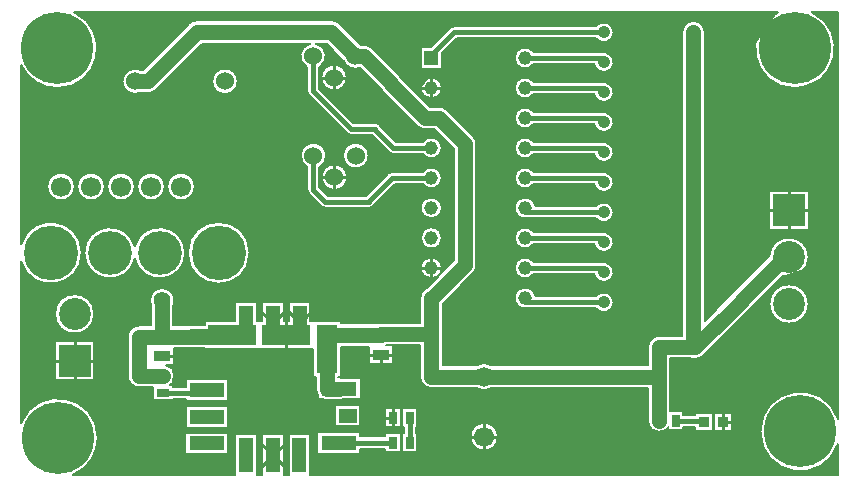
<source format=gtl>
G04 EasyPC Gerber Version 21.0.3 Build 4286 *
G04 #@! TF.Part,Single*
G04 #@! TF.FileFunction,Copper,L1,Top *
G04 #@! TF.FilePolarity,Positive *
%FSLAX45Y45*%
%MOIN*%
G04 #@! TA.AperFunction,SMDPad*
%ADD92R,0.02559X0.03937*%
%ADD14R,0.03937X0.02559*%
%ADD93R,0.03346X0.03740*%
%ADD91R,0.05472X0.03583*%
%ADD87R,0.05906X0.04724*%
%ADD88R,0.04724X0.11811*%
%ADD86R,0.11811X0.04724*%
%ADD90R,0.06969X0.16024*%
%ADD89R,0.16024X0.06969*%
G04 #@! TA.AperFunction,ComponentPad*
%ADD71R,0.04134X0.04134*%
%ADD19R,0.04563X0.04563*%
%ADD15R,0.10630X0.10630*%
G04 #@! TD.AperFunction*
%ADD10C,0.00500*%
%ADD11C,0.01000*%
%ADD25C,0.01500*%
G04 #@! TA.AperFunction,ComponentPad*
%ADD20C,0.04134*%
%ADD70C,0.04563*%
G04 #@! TD.AperFunction*
%ADD24C,0.05000*%
G04 #@! TA.AperFunction,ViaPad*
%ADD23C,0.05600*%
G04 #@! TA.AperFunction,ComponentPad*
%ADD18C,0.06000*%
%ADD13C,0.06693*%
%ADD16C,0.10630*%
%ADD22C,0.14567*%
%ADD21C,0.18110*%
G04 #@! TA.AperFunction,WasherPad*
%ADD12C,0.24016*%
X0Y0D02*
D02*
D10*
X286889Y171525D02*
X278152D01*
G75*
G02X272570Y146241I-5581J-12026*
G01*
G75*
G02X266989Y171525J13258*
G01*
X32289*
G75*
G02X26708Y146241I-5581J-12026*
G01*
G75*
G02X14661Y153964J13258*
G01*
Y94278*
G75*
G02X34848Y91356I9882J-2922*
G01*
G75*
G02X14661Y88435I-10305*
G01*
Y34719*
G75*
G02X40175Y29663I12256J-5056*
G01*
G75*
G02X31973Y17407I-13258J0*
G01*
X85976*
Y31005*
X93200*
Y17407*
X94992*
Y31005*
X102216*
Y17407*
X103811*
Y30966*
X111035*
Y17407*
X286889*
Y27615*
G75*
G02X261060Y31825I-12572J4210*
G01*
G75*
G02X286889Y36035I13258*
G01*
Y171525*
X264011Y112025D02*
X277141D01*
Y98895*
X264011*
Y112025*
X43328Y113446D02*
G75*
G02X52521I4596D01*
G01*
G75*
G02X43328I-4596*
G01*
X264020Y90182D02*
G75*
G02X277143Y89869I6557J-313D01*
G01*
G75*
G02X268530Y83631I-6565*
G01*
X257624Y72631*
G75*
G02X257611Y72619I-3083J3070*
G01*
X242136Y57144*
G75*
G02X239372Y55999I-2763J2763*
G01*
X238749*
G75*
G02X237654Y56156J3907*
G01*
X231086*
Y38663*
X235417*
Y37444*
X239291*
Y38064*
X245137*
Y31824*
X239291*
Y33444*
X235417*
Y32226*
X230358*
Y33224*
G75*
G02X229866Y32676I-3022J2220*
G01*
Y32226*
X229260*
G75*
G02X225412I-1924J3219*
G01*
X224807*
Y32676*
G75*
G02X223586Y35444I2530J2769*
G01*
Y46312*
X171642*
G75*
G02X166326I-2658J3750*
G01*
X151361*
G75*
G02X147611Y50062J3750*
G01*
Y60524*
X136444*
G75*
G02X136346Y60468I-1997J3363*
G01*
X138433*
Y54385*
X130460*
Y59976*
X121279*
Y50107*
X120296*
Y49842*
X120650*
G75*
G02X121652Y49706J-3750*
G01*
X127807*
Y42481*
X121663*
G75*
G02X120650Y42342I-1013J3611*
G01*
X116546*
G75*
G02X115533Y42481J3751*
G01*
X113496*
Y43911*
G75*
G02X112796Y46092I3050J2181*
G01*
Y50107*
X111811*
Y59163*
X94322*
Y59155*
X75799*
Y59634*
X65639*
Y53887*
X62996*
G75*
G02X64672Y52828I-1094J-3587*
G01*
X65122*
Y52224*
G75*
G02Y48376I-3219J-1924*
G01*
Y47769*
X64670*
G75*
G02X64121Y47277I-2767J2532*
G01*
X65122*
Y46749*
X69441*
Y49312*
X83752*
Y42088*
X69441*
Y42749*
X65122*
Y42218*
X58685*
Y46550*
X53915*
G75*
G02X50165Y50300J3750*
G01*
Y63384*
G75*
G02X53915Y67134I3750*
G01*
X57903*
Y73977*
G75*
G02X57603Y75506I3750J1530*
G01*
G75*
G02X65703I4050*
G01*
G75*
G02X65403Y73977I-4050*
G01*
Y67134*
X69401*
Y67265*
X75554*
G75*
G02X75799Y67324I1003J-3615*
G01*
Y68623*
X85937*
Y75060*
X93161*
Y68623*
X93791*
Y68631*
X94874*
Y75021*
X102098*
Y68631*
X103850*
Y75100*
X111074*
Y68631*
X121279*
Y67791*
X133146*
G75*
G02X134448Y68024I1302J-3516*
G01*
X147611*
Y76240*
G75*
G02X149809Y79732I3750J77*
G01*
X158869Y88791*
Y125996*
X152298Y132567*
X151438*
G75*
G02X151284I-77J3751*
G01*
X149233*
G75*
G02X146580Y133667J3750*
G01*
X135258Y144989*
G75*
G02X134522Y146030I2649J2653*
G01*
X127585Y152967*
G75*
G02X122076Y155452I-1526J3967*
G01*
X116446Y161082*
X112881*
G75*
G02X113957Y153183I-924J-4148*
G01*
Y146100*
X125391Y134666*
X132666*
G75*
G02X134590Y133212J-2000*
G01*
X139485Y128317*
X148450*
G75*
G02X154893Y126317I2911J-2000*
G01*
G75*
G02X148450Y124317I-3531*
G01*
X138657*
G75*
G02X137241Y124904J2000*
G01*
X131479Y130666*
X124562*
G75*
G02X123146Y131254J2000*
G01*
X110544Y143856*
G75*
G02X109957Y145271I1413J1416*
G01*
Y153183*
G75*
G02X111033Y161082I2000J3750*
G01*
X74980*
X59650Y145754*
G75*
G02X56886Y144609I-2763J2763*
G01*
X54317*
G75*
G02X48394Y148516I-1673J3907*
G01*
G75*
G02X54313Y152424I4250*
G01*
X55269*
X70598Y167752*
G75*
G02X73362Y168897I2763J-2763*
G01*
X118063*
G75*
G02X120827Y167752I1J-3907*
G01*
X127745Y160835*
G75*
G02X128060Y160683I-1686J-3902*
G01*
X128922*
G75*
G02X131576Y159583J-3750*
G01*
X140557Y150602*
G75*
G02X141293Y149560I-2650J-2654*
G01*
X150787Y140067*
X151284*
G75*
G02X151438I77J-3751*
G01*
X153851*
G75*
G02X156505Y138967J-3750*
G01*
X165269Y130203*
G75*
G02X166369Y127549I-2650J-2654*
G01*
Y87238*
G75*
G02X165269Y84584I-3750*
G01*
X155111Y74427*
Y53812*
X166326*
G75*
G02X171642I2658J-3750*
G01*
X223586*
Y59906*
G75*
G02X227336Y63656I3750*
G01*
X234999*
Y84806*
G75*
G02Y84959I3750J77*
G01*
Y94806*
G75*
G02Y94959I3750J77*
G01*
Y104806*
G75*
G02Y104959I3750J77*
G01*
Y114806*
G75*
G02Y114959I3750J77*
G01*
Y124806*
G75*
G02Y124959I3750J77*
G01*
Y134806*
G75*
G02Y134959I3750J77*
G01*
Y144806*
G75*
G02Y144959I3750J77*
G01*
Y154806*
G75*
G02Y154959I3750J77*
G01*
Y164806*
G75*
G02X238749Y168633I3750J77*
G01*
G75*
G02X242500Y164882J-3751*
G01*
G75*
G02X242499Y164806I-3747*
G01*
Y154959*
G75*
G02Y154806I-3753J-77*
G01*
Y144959*
G75*
G02Y144806I-3753J-77*
G01*
Y134959*
G75*
G02X242500Y134882I-3746J-77*
G01*
G75*
G02X242499Y134806I-3750*
G01*
Y124959*
G75*
G02Y124806I-3753J-77*
G01*
Y114959*
G75*
G02X242500Y114882I-3750J-77*
G01*
G75*
G02X242499Y114806I-3747*
G01*
Y104959*
G75*
G02Y104806I-3753J-77*
G01*
Y94959*
G75*
G02Y94806I-3753J-77*
G01*
Y84959*
G75*
G02X242500Y84882I-3746J-77*
G01*
G75*
G02X242499Y84806I-3750*
G01*
Y68558*
X252080Y78139*
X264020Y90182*
X264013Y74278D02*
G75*
G02X277143I6565D01*
G01*
G75*
G02X264013I-6565*
G01*
X245590Y38064D02*
X251437D01*
Y31824*
X245590*
Y38064*
X164387Y30062D02*
G75*
G02X173580I4596D01*
G01*
G75*
G02X164387I-4596*
G01*
X141622Y39663D02*
X146681D01*
Y33226*
X146152*
Y31261*
X146681*
Y24824*
X141622*
Y31261*
X142152*
Y33226*
X141622*
Y39663*
X136070D02*
X141130D01*
Y33226*
X136070*
Y39663*
X119350Y40690D02*
X127756D01*
Y33466*
X119350*
Y40690*
X136070Y31261D02*
X141130D01*
Y24824*
X136070*
Y25884*
X127728*
Y24450*
X113417*
Y31674*
X127728*
Y30199*
X136070*
Y31261*
X69401Y31438D02*
X83712D01*
Y24214*
X69401*
Y31438*
X69441Y40336D02*
X83752D01*
Y33111*
X69441*
Y40336*
X114688Y149772D02*
G75*
G02X123188I4250D01*
G01*
G75*
G02X114688I-4250*
G01*
X121935Y123736D02*
G75*
G02X130435I4250D01*
G01*
G75*
G02X121935I-4250*
G01*
X148450Y118317D02*
G75*
G02X154893Y116317I2911J-2000D01*
G01*
G75*
G02X148450Y114317I-3531*
G01*
X139235*
X132540Y107621*
G75*
G02X130669Y106330I-1870J709*
G01*
X116076*
G75*
G02X114660Y106917J2000*
G01*
X110669Y110907*
G75*
G02X110082Y112323I1413J1416*
G01*
Y119986*
G75*
G02X107832Y123736I2000J3750*
G01*
G75*
G02X116332I4250*
G01*
G75*
G02X114082Y119986I-4250*
G01*
Y113152*
X116904Y110330*
X129591*
X136991Y117730*
G75*
G02X138407Y118317I1416J-1413*
G01*
X148450*
X114813Y116574D02*
G75*
G02X123313I4250D01*
G01*
G75*
G02X114813I-4250*
G01*
X147830Y86317D02*
G75*
G02X154893I3531D01*
G01*
G75*
G02X147830I-3531*
G01*
X151361Y99848D02*
G75*
G02Y92785J-3531D01*
G01*
G75*
G02Y99848J3531*
G01*
X147830Y106317D02*
G75*
G02X154893I3531D01*
G01*
G75*
G02X147830I-3531*
G01*
X78315Y148516D02*
G75*
G02X86815I4250D01*
G01*
G75*
G02X78315I-4250*
G01*
X63328Y113446D02*
G75*
G02X72521I4596D01*
G01*
G75*
G02X63328I-4596*
G01*
X70173Y91356D02*
G75*
G02X90783I10305D01*
G01*
G75*
G02X70173I-10305*
G01*
X53328Y113446D02*
G75*
G02X62521I4596D01*
G01*
G75*
G02X53328I-4596*
G01*
X147830Y146317D02*
G75*
G02X154893I3531D01*
G01*
G75*
G02X147830I-3531*
G01*
X206181Y166882D02*
G75*
G02X212144Y164882I2646J-2000D01*
G01*
G75*
G02X206181Y162882I-3317*
G01*
X159819*
X154893Y157956*
Y152785*
X147830*
Y159848*
X151128*
X157575Y166295*
G75*
G02X158991Y166882I1416J-1413*
G01*
X206181*
Y76882D02*
G75*
G02X212144Y74882I2646J-2000D01*
G01*
G75*
G02X206181Y72882I-3317*
G01*
X183434*
G75*
G02X179081Y76317I-821J3435*
G01*
G75*
G02X186099Y76882I3531*
G01*
X206181*
X209843Y88040D02*
G75*
G02X208828Y81565I-1015J-3157D01*
G01*
G75*
G02X205559Y84317J3317*
G01*
X185524*
G75*
G02X179081Y86317I-2911J2000*
G01*
G75*
G02X185524Y88317I3531*
G01*
X208828*
G75*
G02X209843Y88040I0J-2000*
G01*
Y98040D02*
G75*
G02X208828Y91565I-1015J-3157D01*
G01*
G75*
G02X205559Y94317J3317*
G01*
X185524*
G75*
G02X179081Y96317I-2911J2000*
G01*
G75*
G02X185524Y98317I3531*
G01*
X208828*
G75*
G02X209843Y98040I0J-2000*
G01*
X206181Y106882D02*
G75*
G02X212144Y104882I2646J-2000D01*
G01*
G75*
G02X206181Y102882I-3317*
G01*
X183434*
G75*
G02X179081Y106317I-821J3435*
G01*
G75*
G02X186099Y106882I3531*
G01*
X206181*
X209843Y118040D02*
G75*
G02X208828Y111565I-1015J-3157D01*
G01*
G75*
G02X205559Y114317J3317*
G01*
X185524*
G75*
G02X179081Y116317I-2911J2000*
G01*
G75*
G02X185524Y118317I3531*
G01*
X208828*
G75*
G02X209843Y118040I0J-2000*
G01*
Y128040D02*
G75*
G02X208828Y121565I-1015J-3157D01*
G01*
G75*
G02X205559Y124317J3317*
G01*
X185524*
G75*
G02X179081Y126317I-2911J2000*
G01*
G75*
G02X185524Y128317I3531*
G01*
X208828*
G75*
G02X209843Y128040I0J-2000*
G01*
Y138040D02*
G75*
G02X208828Y131565I-1015J-3157D01*
G01*
G75*
G02X205559Y134317J3317*
G01*
X185524*
G75*
G02X179081Y136317I-2911J2000*
G01*
G75*
G02X185524Y138317I3531*
G01*
X208828*
G75*
G02X209843Y138040I0J-2000*
G01*
Y148040D02*
G75*
G02X208828Y141565I-1015J-3157D01*
G01*
G75*
G02X205559Y144317J3317*
G01*
X185524*
G75*
G02X179081Y146317I-2911J2000*
G01*
G75*
G02X185524Y148317I3531*
G01*
X208828*
G75*
G02X209843Y148040I0J-2000*
G01*
Y158040D02*
G75*
G02X208828Y151565I-1015J-3157D01*
G01*
G75*
G02X205559Y154317J3317*
G01*
X185524*
G75*
G02X179081Y156317I-2911J2000*
G01*
G75*
G02X185524Y158317I3531*
G01*
X208828*
G75*
G02X209843Y158040I0J-2000*
G01*
X33328Y113446D02*
G75*
G02X42521I4596D01*
G01*
G75*
G02X33328I-4596*
G01*
X52511Y93411D02*
G75*
G02X69327Y91356I8282J-2054D01*
G01*
G75*
G02X52511Y89302I-8533*
G01*
G75*
G02X35695Y91356I-8283J2054*
G01*
G75*
G02X52511Y93411I8533*
G01*
X23328Y113446D02*
G75*
G02X32521I4596D01*
G01*
G75*
G02X23328I-4596*
G01*
X25884Y71004D02*
G75*
G02X39014I6565D01*
G01*
G75*
G02X25884I-6565*
G01*
X25885Y61978D02*
X39015D01*
Y48848*
X25885*
Y61978*
X85976Y30062D02*
G36*
X83712D01*
Y24214*
X69401*
Y30062*
X40169*
G75*
G02X40175Y29663I-13254J-396*
G01*
G75*
G02X32541Y17657I-13258*
G01*
X85976*
Y30062*
G37*
X94992D02*
G36*
X93200D01*
Y17657*
X94992*
Y30062*
G37*
X103811D02*
G36*
X102216D01*
Y17657*
X103811*
Y30062*
G37*
X261178D02*
G36*
X173580D01*
G75*
G02X164387I-4596*
G01*
X146681*
Y24824*
X141622*
Y30062*
X141130*
Y24824*
X136070*
Y25884*
X127728*
Y24450*
X113417*
Y30062*
X111035*
Y17657*
X286639*
Y26931*
G75*
G02X261178Y30062I-12322J4894*
G01*
G37*
X141622Y34944D02*
G36*
X141130D01*
Y33226*
X136070*
Y34944*
X127756*
Y33466*
X119350*
Y34944*
X83752*
Y33111*
X69441*
Y34944*
X39077*
G75*
G02X40169Y30062I-12161J-5283*
G01*
X69401*
Y31438*
X83712*
Y30062*
X85976*
Y31005*
X93200*
Y30062*
X94992*
Y31005*
X102216*
Y30062*
X103811*
Y30966*
X111035*
Y30062*
X113417*
Y31674*
X127728*
Y30199*
X136070*
Y31261*
X141130*
Y30062*
X141622*
Y31261*
X142152*
Y33226*
X141622*
Y34944*
G37*
X261432D02*
G36*
X251437D01*
Y31824*
X245590*
Y34944*
X245137*
Y31824*
X239291*
Y33444*
X235417*
Y32226*
X230358*
Y33224*
G75*
G02X229866Y32676I-3042J2239*
G01*
Y32226*
X229260*
G75*
G02X225412I-1924J3220*
G01*
X224807*
Y32676*
G75*
G02X223619Y34944I2531J2770*
G01*
X146681*
Y33226*
X146152*
Y31261*
X146681*
Y30062*
X164387*
G75*
G02X173580I4596*
G01*
X261178*
G75*
G02X261060Y31825I13140J1763*
G01*
Y31825*
Y31826*
G75*
G02X261432Y34944I13258J0*
G01*
G37*
X223619D02*
G36*
G75*
G02X223586Y35444I3719J500D01*
G01*
Y46312*
X171642*
G75*
G02X166326I-2658J3750*
G01*
X151361*
G75*
G02X147611Y50062J3750*
G01*
Y55413*
X138433*
Y54385*
X130460*
Y55413*
X121279*
Y50107*
X120296*
Y49842*
X120650*
G75*
G02X121652Y49706I0J-3753*
G01*
X127807*
Y42481*
X121663*
G75*
G02X120650Y42342I-1013J3613*
G01*
X116546*
G75*
G02X115533Y42481I0J3753*
G01*
X113496*
Y43911*
G75*
G02X112796Y46092I3049J2181*
G01*
Y46092*
Y50107*
X111811*
Y55413*
X65639*
Y53887*
X62996*
G75*
G02X64672Y52828I-1098J-3593*
G01*
X65122*
Y52224*
G75*
G02X65653Y50300I-3220J-1924*
G01*
G75*
G02X65122Y48376I-3751*
G01*
Y47769*
X64670*
G75*
G02X64121Y47277I-2789J2556*
G01*
X65122*
Y46749*
X69441*
Y49312*
X83752*
Y42088*
X69441*
Y42749*
X65122*
Y42218*
X58685*
Y46550*
X53915*
G75*
G02X50165Y50300J3750*
G01*
Y55413*
X39015*
Y48848*
X25885*
Y55413*
X14911*
Y35286*
G75*
G02X39077Y34944I12006J-5624*
G01*
X69441*
Y40336*
X83752*
Y34944*
X119350*
Y40690*
X127756*
Y34944*
X136070*
Y39663*
X141130*
Y34944*
X141622*
Y39663*
X146681*
Y34944*
X223619*
G37*
X223586Y55413D02*
G36*
X155111D01*
Y53812*
X166326*
G75*
G02X171642I2658J-3750*
G01*
X223586*
Y55413*
G37*
X286639Y36719D02*
G36*
Y55413D01*
X231086*
Y38663*
X235417*
Y37444*
X239291*
Y38064*
X245137*
Y34944*
X245590*
Y38064*
X251437*
Y34944*
X261432*
G75*
G02X286639Y36719I12886J-3119*
G01*
G37*
X50165Y55413D02*
G36*
Y63384D01*
G75*
G02X53915Y67134I3750*
G01*
X57903*
Y73977*
G75*
G02X57794Y74278I3742J1530*
G01*
X38139*
G75*
G02X39014Y71004I-5690J-3274*
G01*
G75*
G02X25884I-6565*
G01*
G75*
G02X26759Y74278I6565*
G01*
X14911*
Y55413*
X25885*
Y61978*
X39015*
Y55413*
X50165*
G37*
X85937Y74278D02*
G36*
X65512D01*
G75*
G02X65403Y73977I-3854J1225*
G01*
Y67134*
X69401*
Y67265*
X75554*
G75*
G02X75799Y67324I1027J-3716*
G01*
Y68623*
X85937*
Y74278*
G37*
X111811Y55413D02*
G36*
Y59163D01*
X94322*
Y59155*
X75799*
Y59634*
X65639*
Y55413*
X111811*
G37*
X94874Y74278D02*
G36*
X93161D01*
Y68623*
X93791*
Y68631*
X94874*
Y74278*
G37*
X103850D02*
G36*
X102098D01*
Y68631*
X103850*
Y74278*
G37*
X147611D02*
G36*
X111074D01*
Y68631*
X121279*
Y67791*
X133146*
G75*
G02X134448Y68024I1301J-3507*
G01*
X147611*
Y74278*
G37*
X130460Y55413D02*
G36*
Y59976D01*
X121279*
Y55413*
X130460*
G37*
X147611D02*
G36*
Y60524D01*
X136444*
G75*
G02X136346Y60468I-3011J5130*
G01*
X138433*
Y55413*
X147611*
G37*
X234999Y74278D02*
G36*
X212089D01*
G75*
G02X206181Y72882I-3261J604*
G01*
X183434*
G75*
G02X179730Y74278I-821J3435*
G01*
X155111*
Y55413*
X223586*
Y59906*
G75*
G02X227336Y63656I3750*
G01*
X234999*
Y74278*
G37*
X259257D02*
G36*
X257624Y72631D01*
G75*
G02X257611Y72619I-114J101*
G01*
X242136Y57144*
G75*
G02X239372Y55999I-2763J2763*
G01*
X238749*
G75*
G02X237654Y56156J3907*
G01*
X231086*
Y55413*
X286639*
Y74278*
X277143*
G75*
G02X264013I-6565*
G01*
X259257*
G37*
X248219D02*
G36*
X242499D01*
Y68558*
X248219Y74278*
G37*
X156395Y86317D02*
G36*
X154893D01*
G75*
G02X147830I-3531*
G01*
X89467*
G75*
G02X71489I-8989J5039*
G01*
X67680*
G75*
G02X53907I-6886J5039*
G01*
X51115*
G75*
G02X37342I-6887J5040*
G01*
X33532*
G75*
G02X15554I-8989J5039*
G01*
X14911*
Y74278*
X26759*
G75*
G02X38139I5690J-3274*
G01*
X57794*
G75*
G02X57603Y75505I3850J1226*
G01*
G75*
G02Y75506I4101J1*
G01*
G75*
G02X65703I4050*
G01*
G75*
G02X65512Y74278I-4045*
G01*
X85937*
Y75060*
X93161*
Y74278*
X94874*
Y75021*
X102098*
Y74278*
X103850*
Y75100*
X111074*
Y74278*
X147611*
Y76240*
G75*
G02X147610Y76317I3746J77*
G01*
G75*
G02X149809Y79732I3752*
G01*
X156395Y86317*
G37*
X234999D02*
G36*
X211818D01*
G75*
G02X212144Y84882I-2990J-1435*
G01*
G75*
G02X208828Y81565I-3317*
G01*
G75*
G02X205559Y84317J3317*
G01*
X185524*
G75*
G02X179081Y86317I-2911J2000*
G01*
Y86317*
X166254*
G75*
G02X165269Y84584I-3633J920*
G01*
X155111Y74427*
Y74278*
X179730*
G75*
G02X179081Y76317I2883J2039*
G01*
G75*
G02X186099Y76882I3531*
G01*
X206181*
G75*
G02X212144Y74882I2646J-2000*
G01*
G75*
G02X212089Y74278I-3318*
G01*
X234999*
Y84806*
G75*
G02X234998Y84882I3743J77*
G01*
G75*
G02X234999Y84959I3744*
G01*
Y86317*
G37*
X260188D02*
G36*
X242499D01*
Y84959*
G75*
G02X242500Y84882I-366557J-3798*
G01*
G75*
G03X242499Y84806I366557J-3798*
G01*
Y74278*
X248219*
X252080Y78139*
X260188Y86317*
G37*
X276099D02*
G36*
G75*
G02X268530Y83631I-5521J3552D01*
G01*
X259257Y74278*
X264013*
G75*
G02X277143I6565*
G01*
X286639*
Y86317*
X276099*
G37*
X15554D02*
G36*
G75*
G02X14911Y87694I8989J5039D01*
G01*
Y86317*
X15554*
G37*
X15511Y96317D02*
G36*
X14911D01*
Y95019*
G75*
G02X15511Y96317I9633J-3662*
G01*
G37*
X37285D02*
G36*
X33576D01*
G75*
G02X34848Y91356I-9033J-4961*
G01*
G75*
G02X33532Y86317I-10306*
G01*
X37342*
G75*
G02X35695Y91356I6887J5039*
G01*
G75*
G02X37285Y96317I8534J0*
G01*
G37*
X53907Y86317D02*
G36*
G75*
G02X52511Y89302I6887J5040D01*
G01*
G75*
G02X51115Y86317I-8283J2055*
G01*
X53907*
G37*
X53850Y96317D02*
G36*
X51172D01*
G75*
G02X52511Y93411I-6944J-4961*
G01*
G75*
G02X53850Y96317I8282J-2054*
G01*
G37*
X71446D02*
G36*
X67737D01*
G75*
G02X69327Y91356I-6944J-4960*
G01*
G75*
G02X67680Y86317I-8533*
G01*
X71489*
G75*
G02X70173Y91356I8989J5039*
G01*
G75*
G02X71446Y96317I10305*
G01*
G37*
X158869D02*
G36*
X154893D01*
G75*
G02X151361Y92785I-3531*
G01*
G75*
G02X147830Y96317J3531*
G01*
X89511*
G75*
G02X90783Y91356I-9033J-4961*
G01*
G75*
G02X89467Y86317I-10306*
G01*
X147830*
G75*
G02X154893I3531*
G01*
X156395*
X158869Y88791*
Y96317*
G37*
X234999D02*
G36*
X211818D01*
G75*
G02X212144Y94882I-2990J-1435*
G01*
G75*
G02X208828Y91565I-3317*
G01*
G75*
G02X205559Y94317J3317*
G01*
X185524*
G75*
G02X179081Y96317I-2911J2000*
G01*
Y96317*
X166369*
Y87238*
G75*
G02Y87237I-5013J0*
G01*
G75*
G02X166254Y86317I-3748J0*
G01*
X179081*
Y86317*
G75*
G02X185524Y88317I3531*
G01*
X208828*
G75*
G02X209843Y88040I1J-1996*
G01*
G75*
G02X211818Y86317I-1015J-3158*
G01*
X234999*
Y94806*
G75*
G02X234998Y94882I3743J77*
G01*
G75*
G02X234999Y94959I3744*
G01*
Y96317*
G37*
X260188Y86317D02*
G36*
X264020Y90182D01*
G75*
G02X269346Y96317I6557J-313*
G01*
X242499*
Y94959*
G75*
G02X242500Y94882I-3743J-77*
G01*
G75*
G02X242499Y94806I-3744*
G01*
Y86317*
X260188*
G37*
X276099D02*
G36*
X286639D01*
Y96317*
X271809*
G75*
G02X277143Y89869I-1231J-6448*
G01*
G75*
G02X276099Y86317I-6565*
G01*
G37*
X158869Y105460D02*
G36*
X154787D01*
G75*
G02X147935I-3426J857*
G01*
X14911*
Y96317*
X15511*
G75*
G02X33576I9033J-4961*
G01*
X37285*
G75*
G02X51172I6944J-4961*
G01*
X53850*
G75*
G02X67737I6944J-4961*
G01*
X71446*
G75*
G02X89511I9033J-4961*
G01*
X147830*
G75*
G02X151361Y99848I3531*
G01*
G75*
G02X154893Y96317J-3531*
G01*
X158869*
Y105460*
G37*
X234999D02*
G36*
X212094D01*
G75*
G02X212144Y104882I-3267J-578*
G01*
G75*
G02X206181Y102882I-3317*
G01*
X183434*
G75*
G02X179187Y105460I-821J3435*
G01*
X166369*
Y96317*
X179081*
Y96317*
G75*
G02X185524Y98317I3531*
G01*
X208828*
G75*
G02X209843Y98040I1J-1996*
G01*
G75*
G02X211818Y96317I-1015J-3158*
G01*
X234999*
Y104806*
G75*
G02X234998Y104882I3743J77*
G01*
G75*
G02X234999Y104959I3744*
G01*
Y105460*
G37*
X277141D02*
G36*
Y98895D01*
X264011*
Y105460*
X242499*
Y104959*
G75*
G02X242500Y104882I-3743J-77*
G01*
G75*
G02X242499Y104806I-3744*
G01*
Y96317*
X269346*
G75*
G02X271809I1231J-6449*
G01*
X286639*
Y105460*
X277141*
G37*
X158869Y113446D02*
G36*
X153419D01*
G75*
G02X149304I-2057J2870*
G01*
X138365*
X132540Y107621*
G75*
G02X130669Y106330I-1870J709*
G01*
X116076*
G75*
G02X114660Y106917J2000*
G01*
X110669Y110907*
G75*
G02X110082Y112323I1413J1416*
G01*
Y113446*
X72521*
G75*
G02X63328I-4596*
G01*
X62521*
G75*
G02X53328I-4596*
G01*
X52521*
G75*
G02X43328I-4596*
G01*
X42521*
G75*
G02X33328I-4596*
G01*
X32521*
G75*
G02X23328I-4596*
G01*
X14911*
Y105460*
X147935*
G75*
G02X147830Y106317I3426J857*
G01*
G75*
G02X154893I3531*
G01*
G75*
G02X154787Y105460I-3531J0*
G01*
X158869*
Y113446*
G37*
X132708D02*
G36*
X121940D01*
G75*
G02X116185I-2877J3128*
G01*
X114082*
Y113152*
X116904Y110330*
X129591*
X132708Y113446*
G37*
X234999D02*
G36*
X211817D01*
G75*
G02X208828Y111565I-2990J1435*
G01*
G75*
G02X205837Y113446J3317*
G01*
X184670*
G75*
G02X180556I-2057J2870*
G01*
X166369*
Y105460*
X179187*
G75*
G02X179081Y106317I3426J857*
G01*
G75*
G02X186099Y106882I3531*
G01*
X206181*
G75*
G02X212094Y105460I2646J-2000*
G01*
X234999*
Y113446*
G37*
X242499D02*
G36*
Y105460D01*
X264011*
Y112025*
X277141*
Y105460*
X286639*
Y113446*
X242499*
G37*
X107832Y123736D02*
G36*
X14911D01*
Y113446*
X23328*
G75*
G02X32521I4596*
G01*
X33328*
G75*
G02X42521I4596*
G01*
X43328*
G75*
G02X52521I4596*
G01*
X53328*
G75*
G02X62521I4596*
G01*
X63328*
G75*
G02X72521I4596*
G01*
X110082*
Y119986*
G75*
G02X107832Y123735I1999J3750*
G01*
Y123736*
G37*
X158869D02*
G36*
X153772D01*
G75*
G02X148951I-2410J2581*
G01*
X130435*
G75*
G02X121935I-4250*
G01*
X116332*
Y123735*
G75*
G02X114082Y119986I-4249*
G01*
Y113446*
X116185*
G75*
G02X114813Y116574I2877J3128*
G01*
G75*
G02X123313I4250*
G01*
G75*
G02X121940Y113446I-4250*
G01*
X132708*
X136991Y117730*
G75*
G02X138407Y118317I1416J-1413*
G01*
X148450*
G75*
G02X154893Y116317I2911J-2000*
G01*
Y116317*
G75*
G02X153419Y113446I-3531*
G01*
X158869*
Y123736*
G37*
X149304Y113446D02*
G36*
G75*
G02X148450Y114317I2057J2870D01*
G01*
X139235*
X138365Y113446*
X149304*
G37*
X234999Y123736D02*
G36*
X211940D01*
G75*
G02X208828Y121565I-3112J1146*
G01*
G75*
G02X205715Y123736J3317*
G01*
X185023*
G75*
G02X180202I-2410J2581*
G01*
X166369*
Y113446*
X180556*
G75*
G02X179081Y116317I2057J2870*
G01*
Y116317*
Y116317*
G75*
G02X185524Y118317I3531*
G01*
X208828*
G75*
G02X209843Y118040I1J-1996*
G01*
G75*
G02X212144Y114882I-1015J-3157*
G01*
G75*
G02X211817Y113446I-3317J1*
G01*
X234999*
Y114806*
G75*
G02X234998Y114882I3743J77*
G01*
G75*
G02X234999Y114959I3744*
G01*
Y123736*
G37*
X205837Y113446D02*
G36*
G75*
G02X205559Y114317I2991J1436D01*
G01*
X185524*
G75*
G02X184670Y113446I-2911J1999*
G01*
X205837*
G37*
X242499Y123736D02*
G36*
Y114959D01*
G75*
G02X242500Y114882I-366557J-3798*
G01*
G75*
G02X242499Y114806I-366558J3721*
G01*
Y113446*
X286639*
Y123736*
X242499*
G37*
X148951D02*
G36*
G75*
G02X148450Y124317I2411J2582D01*
G01*
X138657*
G75*
G02X137241Y124904J2000*
G01*
X131479Y130666*
X124562*
G75*
G02X123146Y131254J2000*
G01*
X118693Y135707*
X14911*
Y123736*
X107832*
G75*
G02X116332I4250*
G01*
X121935*
G75*
G02X130435I4250*
G01*
X148951*
G37*
X158869D02*
G36*
Y125996D01*
X152298Y132567*
X151438*
G75*
G02X151284I-77J3743*
G01*
X149233*
G75*
G02X146580Y133667I-1J3748*
G01*
X144541Y135707*
X124350*
X125391Y134666*
X132666*
G75*
G02X134590Y133212I0J-1999*
G01*
X139485Y128317*
X148450*
G75*
G02X154893Y126317I2911J-2000*
G01*
Y126317*
G75*
G02X153772Y123736I-3531*
G01*
X158869*
G37*
X234999Y135707D02*
G36*
X212040D01*
G75*
G02X212144Y134882I-3212J-825*
G01*
G75*
G02X208828Y131565I-3317*
G01*
G75*
G02X205559Y134317J3317*
G01*
X185524*
G75*
G02X179135Y135707I-2911J2000*
G01*
X159765*
X165269Y130203*
G75*
G02X166369Y127550I-2648J-2653*
G01*
G75*
G02Y127549I-4511J0*
G01*
Y123736*
X180202*
G75*
G02X179081Y126317I2410J2581*
G01*
Y126317*
Y126317*
G75*
G02X185524Y128317I3531*
G01*
X208828*
G75*
G02X209843Y128040I1J-1996*
G01*
G75*
G02X212144Y124882I-1015J-3157*
G01*
G75*
G02X211940Y123736I-3317J1*
G01*
X234999*
Y124806*
G75*
G02X234998Y124882I3743J77*
G01*
G75*
G02X234999Y124959I3744*
G01*
Y134806*
G75*
G02X234998Y134882I3743J77*
G01*
G75*
G02X234999Y134959I3744*
G01*
Y135707*
G37*
X205715Y123736D02*
G36*
G75*
G02X205559Y124317I3113J1146D01*
G01*
X185524*
G75*
G02X185023Y123736I-2911J2001*
G01*
X205715*
G37*
X242499Y135707D02*
G36*
Y134959D01*
G75*
G02X242500Y134882I-366557J-3798*
G01*
G75*
G03X242499Y134806I366557J-3798*
G01*
Y124959*
G75*
G02X242500Y124882I-3743J-77*
G01*
G75*
G02X242499Y124806I-3744*
G01*
Y123736*
X286639*
Y135707*
X242499*
G37*
X118693D02*
G36*
X110544Y143856D01*
G75*
G02X109957Y145271I1413J1416*
G01*
Y146317*
X86202*
G75*
G02X78928I-3637J2199*
G01*
X60213*
X59650Y145754*
G75*
G02X56886Y144609I-2763J2763*
G01*
X54317*
G75*
G02X49007Y146317I-1673J3907*
G01*
X28126*
G75*
G02X26708Y146241I-1417J13184*
G01*
G75*
G02X25291Y146317J13261*
G01*
X14911*
Y135707*
X118693*
G37*
X144541D02*
G36*
X135258Y144989D01*
G75*
G02X134522Y146030I2644J2650*
G01*
X134235Y146317*
X121413*
G75*
G02X116463I-2475J3455*
G01*
X113957*
Y146100*
X124350Y135707*
X144541*
G37*
X234999Y146317D02*
G36*
X211818D01*
G75*
G02X212144Y144882I-2990J-1435*
G01*
G75*
G02X208828Y141565I-3317*
G01*
G75*
G02X205559Y144317J3317*
G01*
X185524*
G75*
G02X179081Y146317I-2911J2000*
G01*
Y146317*
X154893*
G75*
G02X147830I-3531*
G01*
X144537*
X150787Y140067*
X151284*
G75*
G02X151438I77J-3743*
G01*
X153851*
G75*
G02X156505Y138967I1J-3748*
G01*
X159765Y135707*
X179135*
G75*
G02X179081Y136317I3477J610*
G01*
Y136317*
Y136317*
G75*
G02X185524Y138317I3531*
G01*
X208828*
G75*
G02X209843Y138040I1J-1996*
G01*
G75*
G02X212040Y135707I-1015J-3157*
G01*
X234999*
Y144806*
G75*
G02X234998Y144882I3743J77*
G01*
G75*
G02X234999Y144959I3744*
G01*
Y146317*
G37*
X273988D02*
G36*
G75*
G02X272570Y146241I-1417J13184D01*
G01*
G75*
G02X271153Y146317I0J13259*
G01*
X242499*
Y144959*
G75*
G02X242500Y144882I-3743J-77*
G01*
G75*
G02X242499Y144806I-3744*
G01*
Y135707*
X286639*
Y146317*
X273988*
G37*
X17699Y149772D02*
G36*
X14911D01*
Y146317*
X25291*
G75*
G02X17699Y149772I1418J13182*
G01*
G37*
X48583D02*
G36*
X35717D01*
G75*
G02X28126Y146317I-9009J9727*
G01*
X49007*
G75*
G02X48394Y148516I3637J2200*
G01*
Y148517*
G75*
G02X48583Y149772I4250J0*
G01*
G37*
X78505D02*
G36*
X63669D01*
X60213Y146317*
X78928*
G75*
G02X78315Y148516I3637J2200*
G01*
G75*
G02X78505Y149772I4250*
G01*
G37*
X109957D02*
G36*
X86625D01*
G75*
G02X86815Y148516I-4061J-1256*
G01*
G75*
G02X86202Y146317I-4250J0*
G01*
X109957*
Y149772*
G37*
X114688D02*
G36*
X113957D01*
Y146317*
X116463*
G75*
G02X114688Y149772I2475J3455*
G01*
G37*
X134235Y146317D02*
G36*
X130780Y149772D01*
X123188*
G75*
G02X121413Y146317I-4250*
G01*
X134235*
G37*
X147830D02*
G36*
G75*
G02X150631Y149772I3531D01*
G01*
X141184*
G75*
G02X141293Y149560I-3267J-1816*
G01*
X144537Y146317*
X147830*
G37*
X179081D02*
G36*
Y146317D01*
G75*
G02X181881Y149772I3531*
G01*
X152091*
G75*
G02X154893Y146317I-730J-3455*
G01*
X179081*
G37*
X234999Y149772D02*
G36*
X183344D01*
G75*
G02X185524Y148317I-731J-3455*
G01*
X208828*
G75*
G02X209843Y148040I1J-1996*
G01*
G75*
G02X211818Y146317I-1015J-3158*
G01*
X234999*
Y149772*
G37*
X263561D02*
G36*
X242499D01*
Y146317*
X271153*
G75*
G02X263561Y149772I1418J13182*
G01*
G37*
X281579D02*
G36*
G75*
G02X273988Y146317I-9009J9727D01*
G01*
X286639*
Y149772*
X281579*
G37*
X17699D02*
G36*
G75*
G02X14911Y153449I9009J9727D01*
G01*
Y149772*
X17699*
G37*
X58551Y155707D02*
G36*
X39412D01*
G75*
G02X35717Y149772I-12704J3793*
G01*
X48583*
G75*
G02X54313Y152424I4060J-1256*
G01*
X55269*
X58551Y155707*
G37*
X107888D02*
G36*
X69604D01*
X63669Y149772*
X78505*
G75*
G02X86625I4060J-1256*
G01*
X109957*
Y153183*
G75*
G02X107888Y155707I2000J3750*
G01*
G37*
X130780Y149772D02*
G36*
X127585Y152967D01*
G75*
G02X122076Y155452I-1526J3967*
G01*
X121821Y155707*
X116026*
G75*
G02X113957Y153183I-4069J1227*
G01*
Y149772*
X114688*
G75*
G02X123188I4250*
G01*
X130780*
G37*
X234999Y155707D02*
G36*
X212040D01*
G75*
G02X212144Y154882I-3212J-825*
G01*
G75*
G02X208828Y151565I-3317*
G01*
G75*
G02X205559Y154317J3317*
G01*
X185524*
G75*
G02X179135Y155707I-2911J2000*
G01*
X154893*
Y152785*
X147830*
Y155707*
X135452*
X140557Y150602*
G75*
G02X141184Y149772I-2639J-2646*
G01*
X150631*
G75*
G02X152091I730J-3454*
G01*
X181881*
G75*
G02X183344I731J-3455*
G01*
X234999*
Y154806*
G75*
G02X234998Y154882I3743J77*
G01*
G75*
G02X234999Y154959I3744*
G01*
Y155707*
G37*
X259866D02*
G36*
X242499D01*
Y154959*
G75*
G02X242500Y154882I-3743J-77*
G01*
G75*
G02X242499Y154806I-3744*
G01*
Y149772*
X263561*
G75*
G02X259866Y155707I9009J9728*
G01*
G37*
X285274D02*
G36*
G75*
G02X281579Y149772I-12704J3793D01*
G01*
X286639*
Y155707*
X285274*
G37*
X63337Y160492D02*
G36*
X39929D01*
G75*
G02X39966Y159499I-13224J-995*
G01*
G75*
G02X39412Y155707I-13258*
G01*
X58551*
X63337Y160492*
G37*
X107888Y155707D02*
G36*
G75*
G02X107707Y156933I4069J1228D01*
G01*
G75*
G02X109633Y160492I4250*
G01*
X74389*
X69604Y155707*
X107888*
G37*
X121821D02*
G36*
X117036Y160492D01*
X114281*
G75*
G02X116207Y156933I-2324J-3558*
G01*
G75*
G02X116026Y155707I-4250J1*
G01*
X121821*
G37*
X151772Y160492D02*
G36*
X130107D01*
G75*
G02X131576Y159583I-1183J-3556*
G01*
X135452Y155707*
X147830*
Y159848*
X151128*
X151772Y160492*
G37*
X234999D02*
G36*
X157429D01*
X154893Y157956*
Y155707*
X179135*
G75*
G02X179081Y156317I3477J610*
G01*
Y156317*
Y156317*
G75*
G02X185524Y158317I3531*
G01*
X208828*
G75*
G02X209843Y158040I1J-1996*
G01*
G75*
G02X212040Y155707I-1015J-3157*
G01*
X234999*
Y160492*
G37*
X259350D02*
G36*
X242499D01*
Y155707*
X259866*
G75*
G02X259312Y159499I12704J3792*
G01*
G75*
G02X259350Y160492I13258J-2*
G01*
G37*
X285791D02*
G36*
G75*
G02X285828Y159499I-13224J-995D01*
G01*
G75*
G02X285274Y155707I-13258*
G01*
X286639*
Y160492*
X285791*
G37*
X109633D02*
G36*
G75*
G02X111033Y161082I2324J-3558D01*
G01*
X74980*
X74389Y160492*
X109633*
G37*
X117036D02*
G36*
X116446Y161082D01*
X112881*
G75*
G02X114281Y160492I-924J-4148*
G01*
X117036*
G37*
X259350D02*
G36*
G75*
G02X266480Y171275I13221J-993D01*
G01*
X32799*
G75*
G02X39929Y160492I-6091J-11776*
G01*
X63337*
X70598Y167752*
G75*
G02X73362Y168897I2763J-2763*
G01*
X118063*
G75*
G02X120827Y167752I1J-3907*
G01*
X127745Y160835*
G75*
G02X128060Y160683I-1674J-3875*
G01*
X128922*
G75*
G02X130107Y160492I1J-3749*
G01*
X151772*
X157575Y166295*
G75*
G02X158991Y166882I1416J-1413*
G01*
X206181*
G75*
G02X212144Y164882I2646J-2000*
G01*
G75*
G02X206181Y162882I-3317*
G01*
X159819*
X157429Y160492*
X234999*
Y164806*
G75*
G02X234998Y164882I3749J77*
G01*
G75*
G02X238749Y168633I3751*
G01*
G75*
G02X242500Y164882J-3751*
G01*
G75*
G02X242499Y164806I-366558J3721*
G01*
Y160492*
X259350*
G37*
X285791D02*
G36*
X286639D01*
Y171275*
X278661*
G75*
G02X285791Y160492I-6091J-11776*
G01*
G37*
D02*
D11*
X27634Y55413D02*
X25633D01*
X32449Y50598D02*
Y48600D01*
Y60228D02*
Y62230D01*
X37264Y55413D02*
X39263D01*
X63889Y56927D02*
X65889D01*
X96476Y69872D02*
X94622Y71727D01*
X96594Y21839D02*
X94740Y19985D01*
X96594Y25857D02*
X94740Y27711D01*
X100494Y69872D02*
X102346Y71725D01*
X100612Y21839D02*
X102464Y19987D01*
X100612Y25857D02*
X102464Y27709D01*
X103052Y60913D02*
Y58915D01*
Y66881D02*
Y68883D01*
X105453Y69951D02*
X103598Y71806D01*
X109470Y69951D02*
X111322Y71804D01*
X116438Y149772D02*
X114438D01*
X116563Y116574D02*
X114563D01*
X118938Y147272D02*
Y145272D01*
Y152272D02*
Y154272D01*
X119063Y114074D02*
Y112074D01*
Y119074D02*
Y121074D01*
X121438Y149772D02*
X123438D01*
X121563Y116574D02*
X123563D01*
X132212Y57426D02*
X130212D01*
X134448Y56135D02*
Y54135D01*
X136684Y57426D02*
X138685D01*
X137821Y36443D02*
X135822D01*
X138601Y34974D02*
Y32974D01*
Y37911D02*
Y39911D01*
X149580Y86317D02*
X147580D01*
X149580Y146317D02*
X147580D01*
X151361Y84535D02*
Y82535D01*
Y88098D02*
Y90098D01*
Y144535D02*
Y142535D01*
Y148098D02*
Y150098D01*
X153143Y86317D02*
X155143D01*
X153143Y146317D02*
X155143D01*
X166137Y30062D02*
X164137D01*
X168984Y27216D02*
Y25216D01*
Y32909D02*
Y34909D01*
X171830Y30062D02*
X173830D01*
X248513Y33575D02*
Y31576D01*
Y36315D02*
Y38316D01*
X249686Y34945D02*
X251685D01*
X265763Y105459D02*
X263763D01*
X270578Y100644D02*
Y98643D01*
Y110274D02*
Y112273D01*
X275393Y105459D02*
X277393D01*
D02*
D12*
X26708Y159499D03*
X26917Y29663D03*
X272570Y159499D03*
X274318Y31825D03*
D02*
D13*
X27925Y113446D03*
X37925D03*
X47925D03*
X57925D03*
X67925D03*
X168984Y30062D03*
Y50062D03*
D02*
D14*
X61903Y44749D03*
Y50300D03*
D02*
D15*
X32449Y55413D03*
X270578Y105459D03*
D02*
D16*
X32449Y71004D03*
X270578Y74278D03*
Y89869D03*
D02*
D18*
X52644Y148516D03*
X82565D03*
X111957Y156933D03*
X112082Y123736D03*
X118938Y149772D03*
X119063Y116574D03*
X126060Y156933D03*
X126185Y123736D03*
D02*
D19*
X151361Y156317D03*
D02*
D70*
Y76317D03*
Y86317D03*
Y96317D03*
Y106317D03*
Y116317D03*
Y126317D03*
Y136317D03*
Y146317D03*
X182613Y76317D03*
Y86317D03*
Y96317D03*
Y106317D03*
Y116317D03*
Y126317D03*
Y136317D03*
Y146317D03*
Y156317D03*
D02*
D71*
X238749Y74882D03*
D02*
D20*
X208828D03*
Y84882D03*
Y94882D03*
Y104882D03*
Y114882D03*
Y124882D03*
Y134882D03*
Y144882D03*
Y154882D03*
Y164882D03*
X238749Y84882D03*
Y94882D03*
Y104882D03*
Y114882D03*
Y124882D03*
Y134882D03*
Y144882D03*
Y154882D03*
Y164882D03*
D02*
D21*
X24543Y91356D03*
X80478D03*
D02*
D22*
X44228D03*
X60793D03*
D02*
D23*
X61653Y75506D03*
D02*
D24*
X52644Y148516D02*
X56887D01*
X73361Y164990*
X118064*
X126060Y156994*
Y156933*
X61653Y63384D02*
Y75506D01*
Y63384D02*
X76556D01*
Y63651*
X61903Y50300D02*
X53915D01*
Y63384*
X61653*
X120650Y46092D02*
X116546D01*
Y59370*
X134448Y63883D02*
Y64274D01*
X151361*
X134448Y63883D02*
X120611D01*
Y64006*
X151361Y64274D02*
Y50062D01*
X168984*
X151361Y76317D02*
X151698D01*
X162619Y87238*
Y127549*
X153851Y136317*
X151361*
Y76317D02*
Y64274D01*
Y136317D02*
X149233D01*
X137908Y147643*
Y147948*
X128922Y156933*
X126060*
X227336Y35444D02*
Y59906D01*
Y50062*
X168984*
X227336Y59906D02*
X238749D01*
X239373*
X254848Y75381*
Y75506*
X269211Y89869*
X270578*
X238749Y74882D02*
Y59906D01*
Y74882D02*
Y84882D01*
Y94882D02*
Y84882D01*
Y104882D02*
Y94882D01*
Y114882D02*
Y104882D01*
Y124882D02*
Y114882D01*
Y124882D02*
Y134882D01*
Y144882D02*
Y134882D01*
Y144882D02*
Y154882D01*
Y164882*
D02*
D25*
X61903Y44749D02*
X76595D01*
Y45698*
X111957Y156933D02*
Y145271D01*
X124562Y132666*
X132666*
Y132307*
X138657Y126317*
X151361*
X138601Y28042D02*
Y28061D01*
X120572*
X144152Y28042D02*
Y36443D01*
X151361Y116317D02*
X138407D01*
X130669Y108579*
Y108330*
X116076*
X112082Y112323*
Y123736*
X151361Y156317D02*
Y157252D01*
X158991Y164882*
X208828*
X182613Y76317D02*
Y74882D01*
X208828*
X182613Y86317D02*
X208828D01*
Y84882*
X182613Y96317D02*
X208828D01*
Y94882*
X182613Y106317D02*
Y104882D01*
X208828*
X182613Y116317D02*
X208828D01*
Y114882*
X182613Y126317D02*
X208828D01*
Y124882*
X182613Y136317D02*
X208828D01*
Y134882*
X182613Y146317D02*
X208828D01*
Y144882*
X182613Y156317D02*
X208828D01*
Y154882*
X232887Y35444D02*
X242214D01*
Y34945*
D02*
D86*
X76556Y27824D03*
Y63651D03*
X76595Y36722D03*
Y45698D03*
X120572Y28061D03*
X120611Y64006D03*
X120650Y46092D03*
D02*
D87*
X123554Y37076D03*
D02*
D88*
X89548Y67903D03*
X89587Y23848D03*
X98485Y67864D03*
X98603Y23848D03*
X107422Y23809D03*
X107461Y67943D03*
D02*
D89*
X85060Y63887D03*
X103052Y63897D03*
D02*
D90*
X116546Y59370D03*
D02*
D91*
X61653Y56927D03*
Y63384D03*
X134448Y57426D03*
Y63883D03*
D02*
D92*
X138601Y28042D03*
Y36443D03*
X144152Y28042D03*
Y36443D03*
X227336Y35444D03*
X232887D03*
D02*
D93*
X242214Y34945D03*
X248513D03*
X0Y0D02*
M02*

</source>
